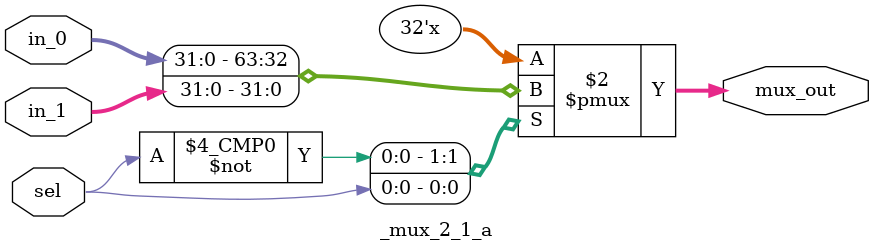
<source format=sv>
module _mux_2_1_a#(parameter size = 32)(input [size-1:0] in_0, in_1, input sel, output logic [size-1:0] mux_out);

	always_comb
	case(sel)
		1'b0: mux_out = in_0;
		1'b1: mux_out = in_1;
		default: mux_out = in_0;
	endcase

endmodule 
</source>
